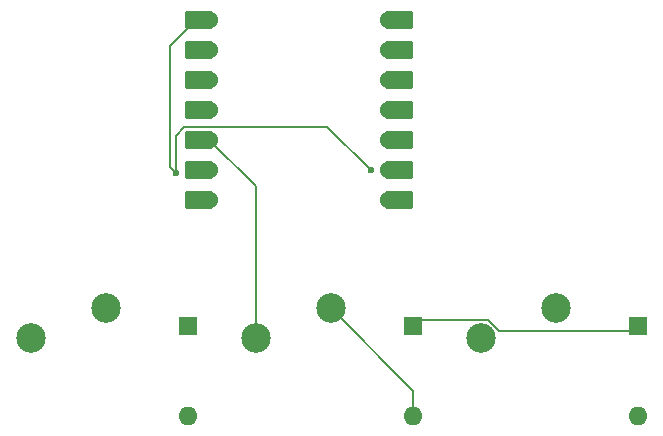
<source format=gbr>
%TF.GenerationSoftware,KiCad,Pcbnew,9.0.2*%
%TF.CreationDate,2025-06-03T16:06:49-07:00*%
%TF.ProjectId,osu_keypad,6f73755f-6b65-4797-9061-642e6b696361,rev?*%
%TF.SameCoordinates,Original*%
%TF.FileFunction,Copper,L2,Bot*%
%TF.FilePolarity,Positive*%
%FSLAX46Y46*%
G04 Gerber Fmt 4.6, Leading zero omitted, Abs format (unit mm)*
G04 Created by KiCad (PCBNEW 9.0.2) date 2025-06-03 16:06:49*
%MOMM*%
%LPD*%
G01*
G04 APERTURE LIST*
G04 Aperture macros list*
%AMRoundRect*
0 Rectangle with rounded corners*
0 $1 Rounding radius*
0 $2 $3 $4 $5 $6 $7 $8 $9 X,Y pos of 4 corners*
0 Add a 4 corners polygon primitive as box body*
4,1,4,$2,$3,$4,$5,$6,$7,$8,$9,$2,$3,0*
0 Add four circle primitives for the rounded corners*
1,1,$1+$1,$2,$3*
1,1,$1+$1,$4,$5*
1,1,$1+$1,$6,$7*
1,1,$1+$1,$8,$9*
0 Add four rect primitives between the rounded corners*
20,1,$1+$1,$2,$3,$4,$5,0*
20,1,$1+$1,$4,$5,$6,$7,0*
20,1,$1+$1,$6,$7,$8,$9,0*
20,1,$1+$1,$8,$9,$2,$3,0*%
G04 Aperture macros list end*
%TA.AperFunction,ComponentPad*%
%ADD10C,2.500000*%
%TD*%
%TA.AperFunction,ComponentPad*%
%ADD11R,1.600000X1.600000*%
%TD*%
%TA.AperFunction,ComponentPad*%
%ADD12O,1.600000X1.600000*%
%TD*%
%TA.AperFunction,SMDPad,CuDef*%
%ADD13RoundRect,0.152400X-1.063600X-0.609600X1.063600X-0.609600X1.063600X0.609600X-1.063600X0.609600X0*%
%TD*%
%TA.AperFunction,ComponentPad*%
%ADD14C,1.524000*%
%TD*%
%TA.AperFunction,SMDPad,CuDef*%
%ADD15RoundRect,0.152400X1.063600X0.609600X-1.063600X0.609600X-1.063600X-0.609600X1.063600X-0.609600X0*%
%TD*%
%TA.AperFunction,ViaPad*%
%ADD16C,0.600000*%
%TD*%
%TA.AperFunction,Conductor*%
%ADD17C,0.200000*%
%TD*%
G04 APERTURE END LIST*
D10*
%TO.P,S2,1,1*%
%TO.N,C2*%
X110490000Y-92710000D03*
%TO.P,S2,2,2*%
%TO.N,Net-(D2-A)*%
X116840000Y-90170000D03*
%TD*%
%TO.P,S1,1,1*%
%TO.N,C1*%
X91440000Y-92710000D03*
%TO.P,S1,2,2*%
%TO.N,Net-(D1-A)*%
X97790000Y-90170000D03*
%TD*%
%TO.P,S3,1,1*%
%TO.N,C3*%
X129540000Y-92710000D03*
%TO.P,S3,2,2*%
%TO.N,Net-(D3-A)*%
X135890000Y-90170000D03*
%TD*%
D11*
%TO.P,D3,1,K*%
%TO.N,R1*%
X142875000Y-91678125D03*
D12*
%TO.P,D3,2,A*%
%TO.N,Net-(D3-A)*%
X142875000Y-99298125D03*
%TD*%
D11*
%TO.P,D2,1,K*%
%TO.N,R1*%
X123825000Y-91678125D03*
D12*
%TO.P,D2,2,A*%
%TO.N,Net-(D2-A)*%
X123825000Y-99298125D03*
%TD*%
D13*
%TO.P,U2,1,GPIO26/ADC0/A0*%
%TO.N,unconnected-(U2-GPIO26{slash}ADC0{slash}A0-Pad1)*%
X122634375Y-65722500D03*
D14*
X121799375Y-65722500D03*
D13*
%TO.P,U2,2,GPIO27/ADC1/A1*%
%TO.N,unconnected-(U2-GPIO27{slash}ADC1{slash}A1-Pad2)*%
X122634375Y-68262500D03*
D14*
X121799375Y-68262500D03*
D13*
%TO.P,U2,3,GPIO28/ADC2/A2*%
%TO.N,unconnected-(U2-GPIO28{slash}ADC2{slash}A2-Pad3)*%
X122634375Y-70802500D03*
D14*
X121799375Y-70802500D03*
D13*
%TO.P,U2,4,GPIO29/ADC3/A3*%
%TO.N,unconnected-(U2-GPIO29{slash}ADC3{slash}A3-Pad4)*%
X122634375Y-73342500D03*
D14*
X121799375Y-73342500D03*
D13*
%TO.P,U2,5,GPIO6/SDA*%
%TO.N,Net-(U2-GPIO6{slash}SDA)*%
X122634375Y-75882500D03*
D14*
X121799375Y-75882500D03*
D13*
%TO.P,U2,6,GPIO7/SCL*%
%TO.N,unconnected-(U2-GPIO7{slash}SCL-Pad6)*%
X122634375Y-78422500D03*
D14*
X121799375Y-78422500D03*
D13*
%TO.P,U2,7,GPIO0/TX*%
%TO.N,unconnected-(U2-GPIO0{slash}TX-Pad7)*%
X122634375Y-80962500D03*
D14*
X121799375Y-80962500D03*
%TO.P,U2,8,GPIO1/RX*%
%TO.N,R1*%
X106559375Y-80962500D03*
D15*
X105724375Y-80962500D03*
D14*
%TO.P,U2,9,GPIO2/SCK*%
%TO.N,C3*%
X106559375Y-78422500D03*
D15*
X105724375Y-78422500D03*
D14*
%TO.P,U2,10,GPIO4/MISO*%
%TO.N,C2*%
X106559375Y-75882500D03*
D15*
X105724375Y-75882500D03*
D14*
%TO.P,U2,11,GPIO3/MOSI*%
%TO.N,C1*%
X106559375Y-73342500D03*
D15*
X105724375Y-73342500D03*
D14*
%TO.P,U2,12,3V3*%
%TO.N,unconnected-(U2-3V3-Pad12)*%
X106559375Y-70802500D03*
D15*
X105724375Y-70802500D03*
D14*
%TO.P,U2,13,GND*%
%TO.N,unconnected-(U2-GND-Pad13)*%
X106559375Y-68262500D03*
D15*
X105724375Y-68262500D03*
D14*
%TO.P,U2,14,VBUS*%
%TO.N,+5V*%
X106559375Y-65722500D03*
D15*
X105724375Y-65722500D03*
%TD*%
D11*
%TO.P,D1,1,K*%
%TO.N,R1*%
X104775000Y-91678125D03*
D12*
%TO.P,D1,2,A*%
%TO.N,Net-(D1-A)*%
X104775000Y-99298125D03*
%TD*%
D16*
%TO.N,+5V*%
X120225000Y-78475000D03*
X103725000Y-78725000D03*
%TD*%
D17*
%TO.N,R1*%
X142485571Y-92067554D02*
X131091000Y-92067554D01*
X104775000Y-91678125D02*
X105294125Y-91159000D01*
X124344125Y-91159000D02*
X123825000Y-91678125D01*
X131091000Y-92067554D02*
X130182446Y-91159000D01*
X130182446Y-91159000D02*
X124344125Y-91159000D01*
X142875000Y-91678125D02*
X142485571Y-92067554D01*
%TO.N,Net-(D2-A)*%
X123825000Y-99298125D02*
X123825000Y-97155000D01*
X123825000Y-97155000D02*
X116840000Y-90170000D01*
%TO.N,C2*%
X110490000Y-79813125D02*
X106559375Y-75882500D01*
X110490000Y-92710000D02*
X110490000Y-79813125D01*
%TO.N,+5V*%
X103725000Y-78725000D02*
X103725000Y-75563249D01*
X103225000Y-78225000D02*
X103225000Y-67979245D01*
X116569500Y-74819500D02*
X120225000Y-78475000D01*
X103725000Y-78725000D02*
X103225000Y-78225000D01*
X103225000Y-67979245D02*
X105481745Y-65722500D01*
X104468749Y-74819500D02*
X116569500Y-74819500D01*
X105481745Y-65722500D02*
X106559375Y-65722500D01*
X103725000Y-75563249D02*
X104468749Y-74819500D01*
%TD*%
M02*

</source>
